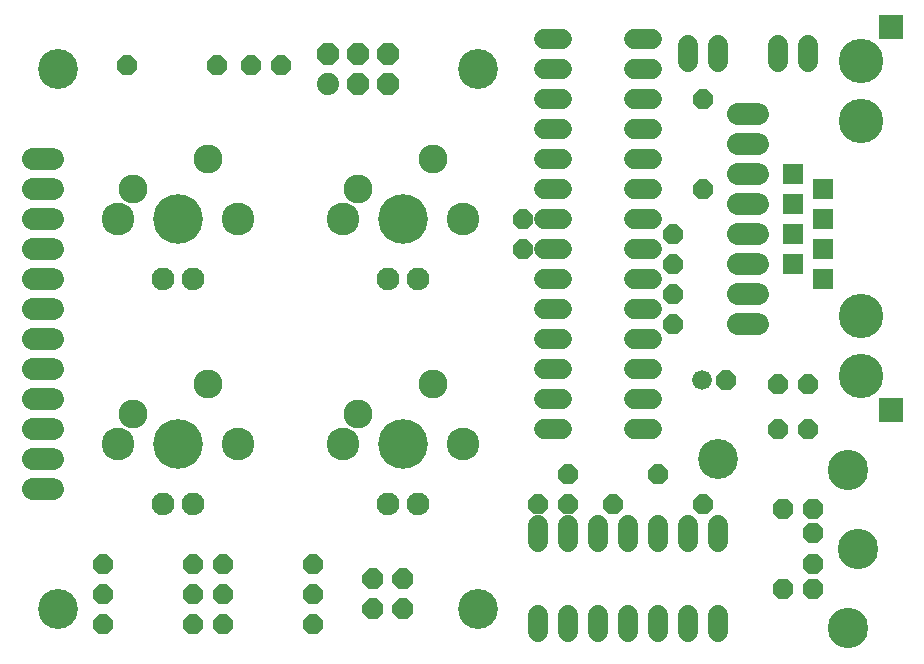
<source format=gts>
G75*
%MOIN*%
%OFA0B0*%
%FSLAX24Y24*%
%IPPOS*%
%LPD*%
%AMOC8*
5,1,8,0,0,1.08239X$1,22.5*
%
%ADD10C,0.1330*%
%ADD11OC8,0.0660*%
%ADD12C,0.0660*%
%ADD13OC8,0.0694*%
%ADD14C,0.1346*%
%ADD15R,0.0655X0.0655*%
%ADD16C,0.1480*%
%ADD17R,0.0790X0.0790*%
%ADD18C,0.0740*%
%ADD19C,0.0660*%
%ADD20C,0.0966*%
%ADD21C,0.1092*%
%ADD22C,0.1655*%
%ADD23C,0.0760*%
%ADD24C,0.0740*%
%ADD25OC8,0.0740*%
%ADD26OC8,0.0700*%
D10*
X002180Y002180D03*
X016180Y002180D03*
X024180Y007180D03*
X016180Y020180D03*
X002180Y020180D03*
D11*
X004493Y020305D03*
X007493Y020305D03*
X008618Y020305D03*
X009618Y020305D03*
X017680Y015180D03*
X017680Y014180D03*
X022680Y013680D03*
X022680Y012680D03*
X022680Y011680D03*
X024432Y009818D03*
X026180Y009680D03*
X027180Y009680D03*
X027180Y008180D03*
X026180Y008180D03*
X023680Y005680D03*
X022180Y006680D03*
X020680Y005680D03*
X019180Y005680D03*
X018180Y005680D03*
X019180Y006680D03*
X010680Y003680D03*
X010680Y002680D03*
X010680Y001680D03*
X007680Y001680D03*
X006680Y001680D03*
X006680Y002680D03*
X007680Y002680D03*
X007680Y003680D03*
X006680Y003680D03*
X003680Y003680D03*
X003680Y002680D03*
X003680Y001680D03*
X022680Y014680D03*
X023680Y016180D03*
X023680Y019180D03*
D12*
X023632Y009818D03*
D13*
X026349Y005519D03*
X027334Y005519D03*
X027334Y004692D03*
X027334Y003668D03*
X027334Y002841D03*
X026349Y002841D03*
D14*
X028510Y001540D03*
X028840Y004180D03*
X028510Y006820D03*
D15*
X027680Y013180D03*
X026680Y013680D03*
X027680Y014180D03*
X027680Y015180D03*
X027680Y016180D03*
X026680Y015680D03*
X026680Y014680D03*
X026680Y016680D03*
D16*
X028930Y018430D03*
X028930Y020430D03*
X028930Y011930D03*
X028930Y009930D03*
D17*
X029930Y008800D03*
X029930Y021560D03*
D18*
X025510Y018680D02*
X024850Y018680D01*
X024850Y017680D02*
X025510Y017680D01*
X025510Y016680D02*
X024850Y016680D01*
X024850Y015680D02*
X025510Y015680D01*
X025510Y014680D02*
X024850Y014680D01*
X024850Y013680D02*
X025510Y013680D01*
X025510Y012680D02*
X024850Y012680D01*
X024850Y011680D02*
X025510Y011680D01*
X002010Y011180D02*
X001350Y011180D01*
X001350Y010180D02*
X002010Y010180D01*
X002010Y009180D02*
X001350Y009180D01*
X001350Y008180D02*
X002010Y008180D01*
X002010Y007180D02*
X001350Y007180D01*
X001350Y006180D02*
X002010Y006180D01*
X002010Y012180D02*
X001350Y012180D01*
X001350Y013180D02*
X002010Y013180D01*
X002010Y014180D02*
X001350Y014180D01*
X001350Y015180D02*
X002010Y015180D01*
X002010Y016180D02*
X001350Y016180D01*
X001350Y017180D02*
X002010Y017180D01*
D19*
X018390Y017180D02*
X018970Y017180D01*
X018970Y018180D02*
X018390Y018180D01*
X018390Y019180D02*
X018970Y019180D01*
X018970Y020180D02*
X018390Y020180D01*
X018390Y021180D02*
X018970Y021180D01*
X021390Y021180D02*
X021970Y021180D01*
X023180Y020970D02*
X023180Y020390D01*
X021970Y020180D02*
X021390Y020180D01*
X021390Y019180D02*
X021970Y019180D01*
X021970Y018180D02*
X021390Y018180D01*
X021390Y017180D02*
X021970Y017180D01*
X021970Y016180D02*
X021390Y016180D01*
X021390Y015180D02*
X021970Y015180D01*
X021970Y014180D02*
X021390Y014180D01*
X021390Y013180D02*
X021970Y013180D01*
X021970Y012180D02*
X021390Y012180D01*
X021390Y011180D02*
X021970Y011180D01*
X021970Y010180D02*
X021390Y010180D01*
X021390Y009180D02*
X021970Y009180D01*
X021970Y008180D02*
X021390Y008180D01*
X018970Y008180D02*
X018390Y008180D01*
X018390Y009180D02*
X018970Y009180D01*
X018970Y010180D02*
X018390Y010180D01*
X018390Y011180D02*
X018970Y011180D01*
X018970Y012180D02*
X018390Y012180D01*
X018390Y013180D02*
X018970Y013180D01*
X018970Y014180D02*
X018390Y014180D01*
X018390Y015180D02*
X018970Y015180D01*
X018970Y016180D02*
X018390Y016180D01*
X024180Y020390D02*
X024180Y020970D01*
X026180Y020970D02*
X026180Y020390D01*
X027180Y020390D02*
X027180Y020970D01*
X024180Y004970D02*
X024180Y004390D01*
X023180Y004390D02*
X023180Y004970D01*
X022180Y004970D02*
X022180Y004390D01*
X021180Y004390D02*
X021180Y004970D01*
X020180Y004970D02*
X020180Y004390D01*
X019180Y004390D02*
X019180Y004970D01*
X018180Y004970D02*
X018180Y004390D01*
X018180Y001970D02*
X018180Y001390D01*
X019180Y001390D02*
X019180Y001970D01*
X020180Y001970D02*
X020180Y001390D01*
X021180Y001390D02*
X021180Y001970D01*
X022180Y001970D02*
X022180Y001390D01*
X023180Y001390D02*
X023180Y001970D01*
X024180Y001970D02*
X024180Y001390D01*
D20*
X014680Y009680D03*
X012180Y008680D03*
X007180Y009680D03*
X004680Y008680D03*
X004680Y016180D03*
X007180Y017180D03*
X012180Y016180D03*
X014680Y017180D03*
D21*
X015680Y015180D03*
X011680Y015180D03*
X008180Y015180D03*
X004180Y015180D03*
X004180Y007680D03*
X008180Y007680D03*
X011680Y007680D03*
X015680Y007680D03*
D22*
X013680Y007680D03*
X006180Y007680D03*
X006180Y015180D03*
X013680Y015180D03*
D23*
X013180Y013180D03*
X014180Y013180D03*
X006680Y013180D03*
X005680Y013180D03*
X005680Y005680D03*
X006680Y005680D03*
X013180Y005680D03*
X014180Y005680D03*
D24*
X011180Y019680D03*
D25*
X012180Y019680D03*
X013180Y019680D03*
X013180Y020680D03*
X012180Y020680D03*
X011180Y020680D03*
D26*
X012680Y003180D03*
X012680Y002180D03*
X013680Y002180D03*
X013680Y003180D03*
M02*

</source>
